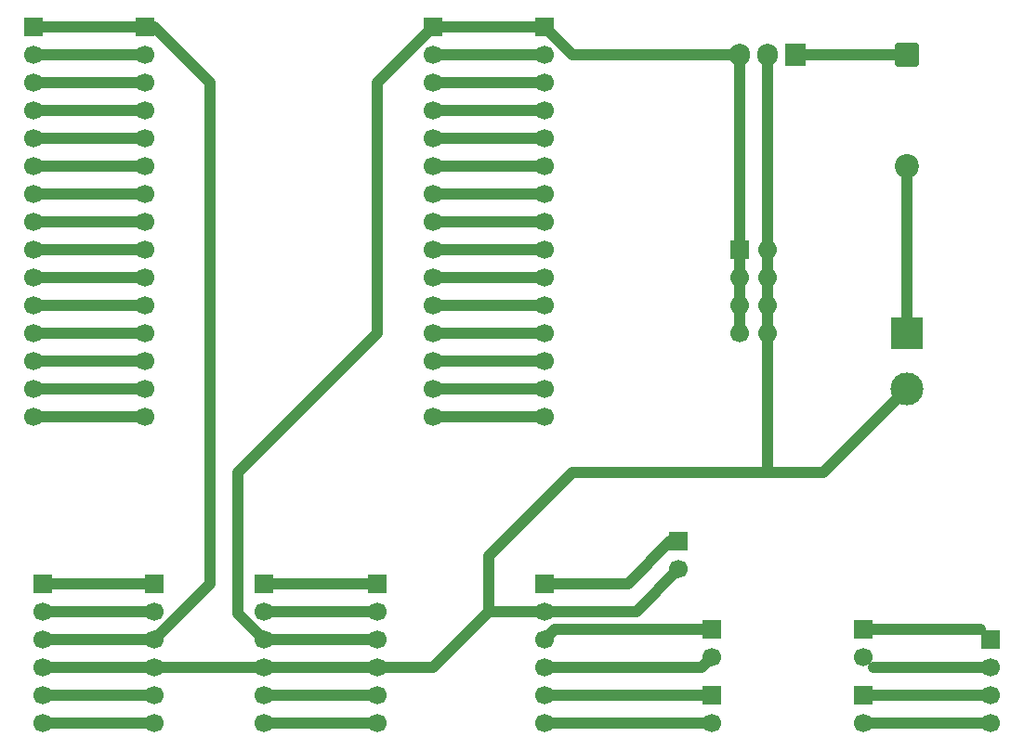
<source format=gbr>
%TF.GenerationSoftware,KiCad,Pcbnew,9.0.2*%
%TF.CreationDate,2025-06-20T14:16:00-03:00*%
%TF.ProjectId,rome,726f6d65-2e6b-4696-9361-645f70636258,0.1*%
%TF.SameCoordinates,Original*%
%TF.FileFunction,Copper,L1,Top*%
%TF.FilePolarity,Positive*%
%FSLAX46Y46*%
G04 Gerber Fmt 4.6, Leading zero omitted, Abs format (unit mm)*
G04 Created by KiCad (PCBNEW 9.0.2) date 2025-06-20 14:16:00*
%MOMM*%
%LPD*%
G01*
G04 APERTURE LIST*
G04 Aperture macros list*
%AMRoundRect*
0 Rectangle with rounded corners*
0 $1 Rounding radius*
0 $2 $3 $4 $5 $6 $7 $8 $9 X,Y pos of 4 corners*
0 Add a 4 corners polygon primitive as box body*
4,1,4,$2,$3,$4,$5,$6,$7,$8,$9,$2,$3,0*
0 Add four circle primitives for the rounded corners*
1,1,$1+$1,$2,$3*
1,1,$1+$1,$4,$5*
1,1,$1+$1,$6,$7*
1,1,$1+$1,$8,$9*
0 Add four rect primitives between the rounded corners*
20,1,$1+$1,$2,$3,$4,$5,0*
20,1,$1+$1,$4,$5,$6,$7,0*
20,1,$1+$1,$6,$7,$8,$9,0*
20,1,$1+$1,$8,$9,$2,$3,0*%
G04 Aperture macros list end*
%TA.AperFunction,ComponentPad*%
%ADD10R,3.000000X3.000000*%
%TD*%
%TA.AperFunction,ComponentPad*%
%ADD11C,3.000000*%
%TD*%
%TA.AperFunction,ComponentPad*%
%ADD12R,1.700000X1.700000*%
%TD*%
%TA.AperFunction,ComponentPad*%
%ADD13C,1.700000*%
%TD*%
%TA.AperFunction,ComponentPad*%
%ADD14R,1.905000X2.000000*%
%TD*%
%TA.AperFunction,ComponentPad*%
%ADD15O,1.905000X2.000000*%
%TD*%
%TA.AperFunction,ComponentPad*%
%ADD16RoundRect,0.249999X-0.850001X0.850001X-0.850001X-0.850001X0.850001X-0.850001X0.850001X0.850001X0*%
%TD*%
%TA.AperFunction,ComponentPad*%
%ADD17C,2.200000*%
%TD*%
%TA.AperFunction,Conductor*%
%ADD18C,1.000000*%
%TD*%
%TA.AperFunction,Conductor*%
%ADD19C,0.200000*%
%TD*%
G04 APERTURE END LIST*
D10*
%TO.P,J1,1,Pin_1*%
%TO.N,VCC*%
X182880000Y-101600000D03*
D11*
%TO.P,J1,2,Pin_2*%
%TO.N,GND*%
X182880000Y-106680000D03*
%TD*%
D12*
%TO.P,HV1,1,Pin_1*%
%TO.N,HV1*%
X124300000Y-124460000D03*
D13*
%TO.P,HV1,2,Pin_2*%
%TO.N,HV2*%
X124300000Y-127000000D03*
%TO.P,HV1,3,Pin_3*%
%TO.N,+5V*%
X124300000Y-129540000D03*
%TO.P,HV1,4,Pin_4*%
%TO.N,GND*%
X124300000Y-132080000D03*
%TO.P,HV1,5,Pin_5*%
%TO.N,HV3*%
X124300000Y-134620000D03*
%TO.P,HV1,6,Pin_6*%
%TO.N,HV4*%
X124300000Y-137160000D03*
%TD*%
D12*
%TO.P,LVE1,1,Pin_1*%
%TO.N,LV1*%
X104140000Y-124460000D03*
D13*
%TO.P,LVE1,2,Pin_2*%
%TO.N,LV2*%
X104140000Y-127000000D03*
%TO.P,LVE1,3,Pin_3*%
%TO.N,+3.3V*%
X104140000Y-129540000D03*
%TO.P,LVE1,4,Pin_4*%
%TO.N,GND*%
X104140000Y-132080000D03*
%TO.P,LVE1,5,Pin_5*%
%TO.N,LV3*%
X104140000Y-134620000D03*
%TO.P,LVE1,6,Pin_6*%
%TO.N,LV4*%
X104140000Y-137160000D03*
%TD*%
D12*
%TO.P,DEVE1,1,Pin_1*%
%TO.N,+5V*%
X149860000Y-73660000D03*
D13*
%TO.P,DEVE1,2,Pin_2*%
%TO.N,GND*%
X149860000Y-76200000D03*
%TO.P,DEVE1,3,Pin_3*%
%TO.N,D13*%
X149860000Y-78740000D03*
%TO.P,DEVE1,4,Pin_4*%
%TO.N,D12*%
X149860000Y-81280000D03*
%TO.P,DEVE1,5,Pin_5*%
%TO.N,D14*%
X149860000Y-83820000D03*
%TO.P,DEVE1,6,Pin_6*%
%TO.N,D27*%
X149860000Y-86360000D03*
%TO.P,DEVE1,7,Pin_7*%
%TO.N,D26*%
X149860000Y-88900000D03*
%TO.P,DEVE1,8,Pin_8*%
%TO.N,D25*%
X149860000Y-91440000D03*
%TO.P,DEVE1,9,Pin_9*%
%TO.N,D33*%
X149860000Y-93980000D03*
%TO.P,DEVE1,10,Pin_10*%
%TO.N,D32*%
X149860000Y-96520000D03*
%TO.P,DEVE1,11,Pin_11*%
%TO.N,D35*%
X149860000Y-99060000D03*
%TO.P,DEVE1,12,Pin_12*%
%TO.N,D34*%
X149860000Y-101600000D03*
%TO.P,DEVE1,13,Pin_13*%
%TO.N,VN*%
X149860000Y-104140000D03*
%TO.P,DEVE1,14,Pin_14*%
%TO.N,VP*%
X149860000Y-106680000D03*
%TO.P,DEVE1,15,Pin_15*%
%TO.N,EN*%
X149860000Y-109220000D03*
%TD*%
D12*
%TO.P,HBE1,1,Pin_1*%
%TO.N,VIN*%
X149860000Y-124460000D03*
D13*
%TO.P,HBE1,2,Pin_2*%
%TO.N,GND*%
X149860000Y-127000000D03*
%TO.P,HBE1,3,Pin_3*%
%TO.N,IN1*%
X149860000Y-129540000D03*
%TO.P,HBE1,4,Pin_4*%
%TO.N,IN2*%
X149860000Y-132080000D03*
%TO.P,HBE1,5,Pin_5*%
%TO.N,IN3*%
X149860000Y-134620000D03*
%TO.P,HBE1,6,Pin_6*%
%TO.N,IN4*%
X149860000Y-137160000D03*
%TD*%
D12*
%TO.P,LV1,1,Pin_1*%
%TO.N,LV1*%
X114300000Y-124460000D03*
D13*
%TO.P,LV1,2,Pin_2*%
%TO.N,LV2*%
X114300000Y-127000000D03*
%TO.P,LV1,3,Pin_3*%
%TO.N,+3.3V*%
X114300000Y-129540000D03*
%TO.P,LV1,4,Pin_4*%
%TO.N,GND*%
X114300000Y-132080000D03*
%TO.P,LV1,5,Pin_5*%
%TO.N,LV3*%
X114300000Y-134620000D03*
%TO.P,LV1,6,Pin_6*%
%TO.N,LV4*%
X114300000Y-137160000D03*
%TD*%
D12*
%TO.P,HBOUT2,1,Pin_1*%
%TO.N,OUTB1*%
X178900000Y-134620000D03*
D13*
%TO.P,HBOUT2,2,Pin_2*%
%TO.N,OUTB2*%
X178900000Y-137160000D03*
%TD*%
D12*
%TO.P,HBIN1,1,Pin_1*%
%TO.N,IN1*%
X165100000Y-128620000D03*
D13*
%TO.P,HBIN1,2,Pin_2*%
%TO.N,IN2*%
X165100000Y-131160000D03*
%TD*%
D12*
%TO.P,HVE1,1,Pin_1*%
%TO.N,HV1*%
X134620000Y-124460000D03*
D13*
%TO.P,HVE1,2,Pin_2*%
%TO.N,HV2*%
X134620000Y-127000000D03*
%TO.P,HVE1,3,Pin_3*%
%TO.N,+5V*%
X134620000Y-129540000D03*
%TO.P,HVE1,4,Pin_4*%
%TO.N,GND*%
X134620000Y-132080000D03*
%TO.P,HVE1,5,Pin_5*%
%TO.N,HV3*%
X134620000Y-134620000D03*
%TO.P,HVE1,6,Pin_6*%
%TO.N,HV4*%
X134620000Y-137160000D03*
%TD*%
D12*
%TO.P,DEV1,1,Pin_1*%
%TO.N,+5V*%
X139700000Y-73660000D03*
D13*
%TO.P,DEV1,2,Pin_2*%
%TO.N,GND*%
X139700000Y-76200000D03*
%TO.P,DEV1,3,Pin_3*%
%TO.N,D13*%
X139700000Y-78740000D03*
%TO.P,DEV1,4,Pin_4*%
%TO.N,D12*%
X139700000Y-81280000D03*
%TO.P,DEV1,5,Pin_5*%
%TO.N,D14*%
X139700000Y-83820000D03*
%TO.P,DEV1,6,Pin_6*%
%TO.N,D27*%
X139700000Y-86360000D03*
%TO.P,DEV1,7,Pin_7*%
%TO.N,D26*%
X139700000Y-88900000D03*
%TO.P,DEV1,8,Pin_8*%
%TO.N,D25*%
X139700000Y-91440000D03*
%TO.P,DEV1,9,Pin_9*%
%TO.N,D33*%
X139700000Y-93980000D03*
%TO.P,DEV1,10,Pin_10*%
%TO.N,D32*%
X139700000Y-96520000D03*
%TO.P,DEV1,11,Pin_11*%
%TO.N,D35*%
X139700000Y-99060000D03*
%TO.P,DEV1,12,Pin_12*%
%TO.N,D34*%
X139700000Y-101600000D03*
%TO.P,DEV1,13,Pin_13*%
%TO.N,VN*%
X139700000Y-104140000D03*
%TO.P,DEV1,14,Pin_14*%
%TO.N,VP*%
X139700000Y-106680000D03*
%TO.P,DEV1,15,Pin_15*%
%TO.N,EN*%
X139700000Y-109220000D03*
%TD*%
D14*
%TO.P,U3,1,IN*%
%TO.N,Net-(D3-K)*%
X172720000Y-76200000D03*
D15*
%TO.P,U3,2,GND*%
%TO.N,GND*%
X170180000Y-76200000D03*
%TO.P,U3,3,OUT*%
%TO.N,+5V*%
X167640000Y-76200000D03*
%TD*%
D12*
%TO.P,J2,1,Pin_1*%
%TO.N,+5V*%
X167640000Y-93980000D03*
D13*
%TO.P,J2,2,Pin_2*%
%TO.N,GND*%
X170180000Y-93980000D03*
%TO.P,J2,3,Pin_3*%
%TO.N,+5V*%
X167640000Y-96520000D03*
%TO.P,J2,4,Pin_4*%
%TO.N,GND*%
X170180000Y-96520000D03*
%TO.P,J2,5,Pin_5*%
%TO.N,+5V*%
X167640000Y-99060000D03*
%TO.P,J2,6,Pin_6*%
%TO.N,GND*%
X170180000Y-99060000D03*
%TO.P,J2,7,Pin_7*%
%TO.N,+5V*%
X167640000Y-101600000D03*
%TO.P,J2,8,Pin_8*%
%TO.N,GND*%
X170180000Y-101600000D03*
%TD*%
D12*
%TO.P,DEV2,1,Pin_1*%
%TO.N,+3.3V*%
X113500000Y-73660000D03*
D13*
%TO.P,DEV2,2,Pin_2*%
%TO.N,GND*%
X113500000Y-76200000D03*
%TO.P,DEV2,3,Pin_3*%
%TO.N,D15*%
X113500000Y-78740000D03*
%TO.P,DEV2,4,Pin_4*%
%TO.N,D2*%
X113500000Y-81280000D03*
%TO.P,DEV2,5,Pin_5*%
%TO.N,D4*%
X113500000Y-83820000D03*
%TO.P,DEV2,6,Pin_6*%
%TO.N,RX2*%
X113500000Y-86360000D03*
%TO.P,DEV2,7,Pin_7*%
%TO.N,TX2*%
X113500000Y-88900000D03*
%TO.P,DEV2,8,Pin_8*%
%TO.N,D5*%
X113500000Y-91440000D03*
%TO.P,DEV2,9,Pin_9*%
%TO.N,D18*%
X113500000Y-93980000D03*
%TO.P,DEV2,10,Pin_10*%
%TO.N,D19*%
X113500000Y-96520000D03*
%TO.P,DEV2,11,Pin_11*%
%TO.N,D21*%
X113500000Y-99060000D03*
%TO.P,DEV2,12,Pin_12*%
%TO.N,RX0*%
X113500000Y-101600000D03*
%TO.P,DEV2,13,Pin_13*%
%TO.N,TX0*%
X113500000Y-104140000D03*
%TO.P,DEV2,14,Pin_14*%
%TO.N,D22*%
X113500000Y-106680000D03*
%TO.P,DEV2,15,Pin_15*%
%TO.N,D23*%
X113500000Y-109220000D03*
%TD*%
D12*
%TO.P,HBE2,1,Pin_1*%
%TO.N,OUTA1*%
X190500000Y-129540000D03*
D13*
%TO.P,HBE2,2,Pin_2*%
%TO.N,OUTA2*%
X190500000Y-132080000D03*
%TO.P,HBE2,3,Pin_3*%
%TO.N,OUTB1*%
X190500000Y-134620000D03*
%TO.P,HBE2,4,Pin_4*%
%TO.N,OUTB2*%
X190500000Y-137160000D03*
%TD*%
D12*
%TO.P,HBIN2,1,Pin_1*%
%TO.N,IN3*%
X165100000Y-134620000D03*
D13*
%TO.P,HBIN2,2,Pin_2*%
%TO.N,IN4*%
X165100000Y-137160000D03*
%TD*%
D16*
%TO.P,D3,1,K*%
%TO.N,Net-(D3-K)*%
X182880000Y-76200000D03*
D17*
%TO.P,D3,2,A*%
%TO.N,VCC*%
X182880000Y-86360000D03*
%TD*%
D12*
%TO.P,HBOUT1,1,Pin_1*%
%TO.N,OUTA1*%
X178900000Y-128620000D03*
D13*
%TO.P,HBOUT1,2,Pin_2*%
%TO.N,OUTA2*%
X178900000Y-131160000D03*
%TD*%
D12*
%TO.P,HBP1,1,Pin_1*%
%TO.N,VIN*%
X162100000Y-120620000D03*
D13*
%TO.P,HBP1,2,Pin_2*%
%TO.N,GND*%
X162100000Y-123160000D03*
%TD*%
D12*
%TO.P,DEVE2,1,Pin_1*%
%TO.N,+3.3V*%
X103340000Y-73660000D03*
D13*
%TO.P,DEVE2,2,Pin_2*%
%TO.N,GND*%
X103340000Y-76200000D03*
%TO.P,DEVE2,3,Pin_3*%
%TO.N,D15*%
X103340000Y-78740000D03*
%TO.P,DEVE2,4,Pin_4*%
%TO.N,D2*%
X103340000Y-81280000D03*
%TO.P,DEVE2,5,Pin_5*%
%TO.N,D4*%
X103340000Y-83820000D03*
%TO.P,DEVE2,6,Pin_6*%
%TO.N,RX2*%
X103340000Y-86360000D03*
%TO.P,DEVE2,7,Pin_7*%
%TO.N,TX2*%
X103340000Y-88900000D03*
%TO.P,DEVE2,8,Pin_8*%
%TO.N,D5*%
X103340000Y-91440000D03*
%TO.P,DEVE2,9,Pin_9*%
%TO.N,D18*%
X103340000Y-93980000D03*
%TO.P,DEVE2,10,Pin_10*%
%TO.N,D19*%
X103340000Y-96520000D03*
%TO.P,DEVE2,11,Pin_11*%
%TO.N,D21*%
X103340000Y-99060000D03*
%TO.P,DEVE2,12,Pin_12*%
%TO.N,RX0*%
X103340000Y-101600000D03*
%TO.P,DEVE2,13,Pin_13*%
%TO.N,TX0*%
X103340000Y-104140000D03*
%TO.P,DEVE2,14,Pin_14*%
%TO.N,D22*%
X103340000Y-106680000D03*
%TO.P,DEVE2,15,Pin_15*%
%TO.N,D23*%
X103340000Y-109220000D03*
%TD*%
D18*
%TO.N,VIN*%
X162100000Y-120620000D02*
X161320000Y-120620000D01*
X157480000Y-124460000D02*
X149860000Y-124460000D01*
X161320000Y-120620000D02*
X157480000Y-124460000D01*
%TO.N,Net-(D3-K)*%
X182880000Y-76200000D02*
X172720000Y-76200000D01*
%TO.N,GND*%
X165100000Y-114300000D02*
X162560000Y-114300000D01*
X134620000Y-132080000D02*
X124300000Y-132080000D01*
X175260000Y-114300000D02*
X182880000Y-106680000D01*
X158260000Y-127000000D02*
X149860000Y-127000000D01*
X124300000Y-132080000D02*
X114300000Y-132080000D01*
X149860000Y-76200000D02*
X139700000Y-76200000D01*
X170180000Y-96520000D02*
X170180000Y-114300000D01*
X144780000Y-127000000D02*
X139700000Y-132080000D01*
X162100000Y-123160000D02*
X158260000Y-127000000D01*
X170180000Y-114300000D02*
X165100000Y-114300000D01*
X144780000Y-121920000D02*
X144780000Y-127000000D01*
X162560000Y-114300000D02*
X152400000Y-114300000D01*
X139700000Y-132080000D02*
X134620000Y-132080000D01*
X149860000Y-127000000D02*
X144780000Y-127000000D01*
X170180000Y-76200000D02*
X170180000Y-93980000D01*
X113500000Y-76200000D02*
X103340000Y-76200000D01*
X170180000Y-101600000D02*
X170180000Y-93980000D01*
X114300000Y-132080000D02*
X104140000Y-132080000D01*
X152400000Y-114300000D02*
X144780000Y-121920000D01*
X170180000Y-114300000D02*
X175260000Y-114300000D01*
%TO.N,VCC*%
X182880000Y-101600000D02*
X182880000Y-86360000D01*
%TO.N,D2*%
X113500000Y-81280000D02*
X103340000Y-81280000D01*
%TO.N,RX2*%
X113500000Y-86360000D02*
X103340000Y-86360000D01*
%TO.N,D19*%
X113500000Y-96520000D02*
X103340000Y-96520000D01*
%TO.N,D21*%
X113500000Y-99060000D02*
X103340000Y-99060000D01*
%TO.N,D22*%
X113500000Y-106680000D02*
X103340000Y-106680000D01*
%TO.N,D4*%
X113500000Y-83820000D02*
X103340000Y-83820000D01*
%TO.N,RX0*%
X113500000Y-101600000D02*
X103340000Y-101600000D01*
%TO.N,D18*%
X113500000Y-93980000D02*
X103340000Y-93980000D01*
%TO.N,TX0*%
X113500000Y-104140000D02*
X103340000Y-104140000D01*
%TO.N,D15*%
X113500000Y-78740000D02*
X103340000Y-78740000D01*
%TO.N,TX2*%
X113500000Y-88900000D02*
X103340000Y-88900000D01*
%TO.N,D5*%
X113500000Y-91440000D02*
X103340000Y-91440000D01*
%TO.N,+5V*%
X121920000Y-114300000D02*
X121920000Y-127160000D01*
X124300000Y-129540000D02*
X134620000Y-129540000D01*
X149860000Y-73660000D02*
X139700000Y-73660000D01*
X167640000Y-76200000D02*
X167640000Y-93980000D01*
X167640000Y-101600000D02*
X167640000Y-93980000D01*
X134620000Y-101600000D02*
X121920000Y-114300000D01*
X167640000Y-76200000D02*
X152400000Y-76200000D01*
X134620000Y-78740000D02*
X134620000Y-101600000D01*
X152400000Y-76200000D02*
X149860000Y-73660000D01*
X121920000Y-127160000D02*
X124300000Y-129540000D01*
X139700000Y-73660000D02*
X134620000Y-78740000D01*
%TO.N,D27*%
X139700000Y-86360000D02*
X149860000Y-86360000D01*
%TO.N,VN*%
X149860000Y-104140000D02*
X139700000Y-104140000D01*
%TO.N,D32*%
X139700000Y-96520000D02*
X149860000Y-96520000D01*
%TO.N,D34*%
X139700000Y-101600000D02*
X149860000Y-101600000D01*
%TO.N,D26*%
X149860000Y-88900000D02*
X139700000Y-88900000D01*
%TO.N,D33*%
X149860000Y-93980000D02*
X139700000Y-93980000D01*
%TO.N,D35*%
X149860000Y-99060000D02*
X139700000Y-99060000D01*
%TO.N,D25*%
X139700000Y-91440000D02*
X149860000Y-91440000D01*
%TO.N,D13*%
X149860000Y-78740000D02*
X139700000Y-78740000D01*
%TO.N,D14*%
X139700000Y-83820000D02*
X149860000Y-83820000D01*
%TO.N,VP*%
X139700000Y-106680000D02*
X149860000Y-106680000D01*
%TO.N,D12*%
X139700000Y-81280000D02*
X149860000Y-81280000D01*
%TO.N,IN2*%
X164180000Y-132080000D02*
X149860000Y-132080000D01*
X165100000Y-131160000D02*
X164180000Y-132080000D01*
%TO.N,IN1*%
X165100000Y-128620000D02*
X150780000Y-128620000D01*
X150780000Y-128620000D02*
X149860000Y-129540000D01*
%TO.N,IN4*%
X165100000Y-137160000D02*
X149860000Y-137160000D01*
%TO.N,IN3*%
X165100000Y-134620000D02*
X149860000Y-134620000D01*
D19*
%TO.N,OUTA1*%
X189580000Y-128620000D02*
X190500000Y-129540000D01*
D18*
X178900000Y-128620000D02*
X189580000Y-128620000D01*
D19*
%TO.N,OUTA2*%
X178900000Y-131160000D02*
X179820000Y-132080000D01*
D18*
X179820000Y-132080000D02*
X190500000Y-132080000D01*
%TO.N,OUTB1*%
X178900000Y-134620000D02*
X190500000Y-134620000D01*
%TO.N,OUTB2*%
X178900000Y-137160000D02*
X190500000Y-137160000D01*
%TO.N,LV4*%
X104140000Y-137160000D02*
X114300000Y-137160000D01*
%TO.N,LV1*%
X114300000Y-124460000D02*
X104140000Y-124460000D01*
%TO.N,LV3*%
X104140000Y-134620000D02*
X114300000Y-134620000D01*
%TO.N,LV2*%
X104140000Y-127000000D02*
X114300000Y-127000000D01*
%TO.N,HV1*%
X124300000Y-124460000D02*
X134620000Y-124460000D01*
%TO.N,HV4*%
X124300000Y-137160000D02*
X134620000Y-137160000D01*
%TO.N,HV3*%
X124300000Y-134620000D02*
X134620000Y-134620000D01*
%TO.N,HV2*%
X124300000Y-127000000D02*
X134620000Y-127000000D01*
%TO.N,+3.3V*%
X119380000Y-124460000D02*
X114300000Y-129540000D01*
X114300000Y-73660000D02*
X119380000Y-78740000D01*
X104140000Y-129540000D02*
X114300000Y-129540000D01*
X113500000Y-73660000D02*
X103340000Y-73660000D01*
X119380000Y-78740000D02*
X119380000Y-124460000D01*
%TO.N,EN*%
X139700000Y-109220000D02*
X149860000Y-109220000D01*
%TO.N,D23*%
X113500000Y-109220000D02*
X103340000Y-109220000D01*
%TD*%
M02*

</source>
